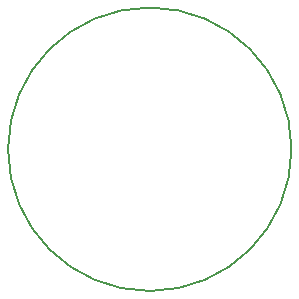
<source format=gbr>
%TF.GenerationSoftware,KiCad,Pcbnew,(6.0.6)*%
%TF.CreationDate,2022-09-03T18:56:24+02:00*%
%TF.ProjectId,Sensors,53656e73-6f72-4732-9e6b-696361645f70,Rev.02*%
%TF.SameCoordinates,Original*%
%TF.FileFunction,Profile,NP*%
%FSLAX46Y46*%
G04 Gerber Fmt 4.6, Leading zero omitted, Abs format (unit mm)*
G04 Created by KiCad (PCBNEW (6.0.6)) date 2022-09-03 18:56:24*
%MOMM*%
%LPD*%
G01*
G04 APERTURE LIST*
%TA.AperFunction,Profile*%
%ADD10C,0.150000*%
%TD*%
G04 APERTURE END LIST*
D10*
X92000000Y-50000000D02*
G75*
G03*
X92000000Y-50000000I-12000000J0D01*
G01*
M02*

</source>
